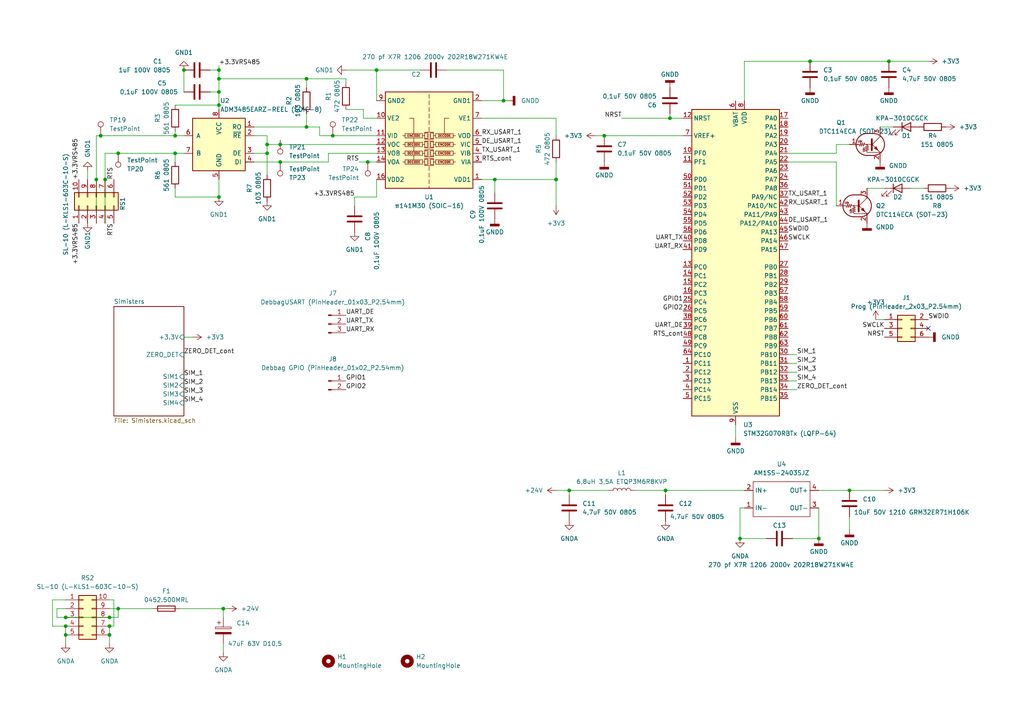
<source format=kicad_sch>
(kicad_sch (version 20230121) (generator eeschema)
  (paper "A4")
  (lib_symbols
    (symbol "Connector:Conn_01x02_Pin" (pin_names (offset 1.016) hide)
      (property "Reference" "J" (at 0 2.54 0))
      (property "Value" "Conn_01x02_Pin" (at 0 -5.08 0))
      (symbol "Conn_01x02_Pin_1_1"
        (pin passive line (at 5.08 0 180) (length 3.81) (name "Pin_1") (number "1"))
        (pin passive line (at 5.08 -2.54 180) (length 3.81) (name "Pin_2") (number "2"))
      )
    )
    (symbol "Connector:Conn_01x03_Pin" (pin_names (offset 1.016) hide)
      (property "Reference" "J" (at 0 5.08 0))
      (property "Value" "Conn_01x03_Pin" (at 0 -5.08 0))
      (symbol "Conn_01x03_Pin_1_1"
        (pin passive line (at 5.08 2.54 180) (length 3.81) (name "Pin_1") (number "1"))
        (pin passive line (at 5.08 0 180) (length 3.81) (name "Pin_2") (number "2"))
        (pin passive line (at 5.08 -2.54 180) (length 3.81) (name "Pin_3") (number "3"))
      )
    )
    (symbol "Connector:TestPoint" (pin_numbers hide) (pin_names (offset 0.762) hide)
      (property "Reference" "TP" (at 0 6.858 0))
      (property "Value" "TestPoint" (at 0 5.08 0))
      (symbol "TestPoint_1_1"
        (pin passive line (at 0 0 90) (length 2.54) (name "1") (number "1"))
      )
    )
    (symbol "Connector_Generic:Conn_02x03_Odd_Even" (pin_names (offset 1.016) hide)
      (property "Reference" "J" (at 1.27 5.08 0))
      (property "Value" "Conn_02x03_Odd_Even" (at 1.27 -5.08 0))
      (symbol "Conn_02x03_Odd_Even_1_1"
        (pin passive line (at -5.08 2.54 0) (length 3.81) (name "Pin_1") (number "1"))
        (pin passive line (at 7.62 2.54 180) (length 3.81) (name "Pin_2") (number "2"))
        (pin passive line (at -5.08 0 0) (length 3.81) (name "Pin_3") (number "3"))
        (pin passive line (at 7.62 0 180) (length 3.81) (name "Pin_4") (number "4"))
        (pin passive line (at -5.08 -2.54 0) (length 3.81) (name "Pin_5") (number "5"))
        (pin passive line (at 7.62 -2.54 180) (length 3.81) (name "Pin_6") (number "6"))
      )
    )
    (symbol "Connector_Generic:Conn_02x05_Counter_Clockwise" (pin_names (offset 1.016) hide)
      (property "Reference" "J" (at 1.27 7.62 0))
      (property "Value" "Conn_02x05_Counter_Clockwise" (at 1.27 -7.62 0))
      (symbol "Conn_02x05_Counter_Clockwise_1_1"
        (pin passive line (at -5.08 5.08 0) (length 3.81) (name "Pin_1") (number "1"))
        (pin passive line (at 7.62 5.08 180) (length 3.81) (name "Pin_10") (number "10"))
        (pin passive line (at -5.08 2.54 0) (length 3.81) (name "Pin_2") (number "2"))
        (pin passive line (at -5.08 0 0) (length 3.81) (name "Pin_3") (number "3"))
        (pin passive line (at -5.08 -2.54 0) (length 3.81) (name "Pin_4") (number "4"))
        (pin passive line (at -5.08 -5.08 0) (length 3.81) (name "Pin_5") (number "5"))
        (pin passive line (at 7.62 -5.08 180) (length 3.81) (name "Pin_6") (number "6"))
        (pin passive line (at 7.62 -2.54 180) (length 3.81) (name "Pin_7") (number "7"))
        (pin passive line (at 7.62 0 180) (length 3.81) (name "Pin_8") (number "8"))
        (pin passive line (at 7.62 2.54 180) (length 3.81) (name "Pin_9") (number "9"))
      )
    )
    (symbol "Converter_DCDC:AM1SS-"
      (property "Reference" "U" (at -1.27 2.54 0))
      (property "Value" "AM1SS-" (at 0 0 0))
      (symbol "AM1SS-_1_1"
        (pin input line (at -8.89 -5.08 0) (length 2.56) (name "IN-") (number "1"))
        (pin input line (at -8.89 -10.16 0) (length 2.56) (name "IN+") (number "2"))
        (pin output line (at 12.7 -5.08 180) (length 2.56) (name "OUT-") (number "3"))
        (pin output line (at 12.7 -10.16 180) (length 2.56) (name "OUT+") (number "4"))
      )
    )
    (symbol "Device:C" (pin_numbers hide) (pin_names (offset 0.254))
      (property "Reference" "C" (at 0.635 2.54 0))
      (property "Value" "C" (at 0.635 -2.54 0))
      (symbol "C_1_1"
        (pin passive line (at 0 3.81 270) (length 2.794) (name "~") (number "1"))
        (pin passive line (at 0 -3.81 90) (length 2.794) (name "~") (number "2"))
      )
    )
    (symbol "Device:C_Polarized" (pin_numbers hide) (pin_names (offset 0.254))
      (property "Reference" "C" (at 0.635 2.54 0))
      (property "Value" "C_Polarized" (at 0.635 -2.54 0))
      (symbol "C_Polarized_1_1"
        (pin passive line (at 0 3.81 270) (length 2.794) (name "~") (number "1"))
        (pin passive line (at 0 -3.81 90) (length 2.794) (name "~") (number "2"))
      )
    )
    (symbol "Device:Fuse" (pin_numbers hide) (pin_names (offset 0))
      (property "Reference" "F" (at 2.032 0 90))
      (property "Value" "Fuse" (at -1.905 0 90))
      (symbol "Fuse_1_1"
        (pin passive line (at 0 3.81 270) (length 1.27) (name "~") (number "1"))
        (pin passive line (at 0 -3.81 90) (length 1.27) (name "~") (number "2"))
      )
    )
    (symbol "Device:L" (pin_numbers hide) (pin_names (offset 1.016) hide)
      (property "Reference" "L" (at -1.27 0 90))
      (property "Value" "L" (at 1.905 0 90))
      (symbol "L_1_1"
        (pin passive line (at 0 3.81 270) (length 1.27) (name "1") (number "1"))
        (pin passive line (at 0 -3.81 90) (length 1.27) (name "2") (number "2"))
      )
    )
    (symbol "Device:LED" (pin_numbers hide) (pin_names (offset 1.016) hide)
      (property "Reference" "D" (at 0 2.54 0))
      (property "Value" "LED" (at 0 -2.54 0))
      (symbol "LED_1_1"
        (pin passive line (at -3.81 0 0) (length 2.54) (name "K") (number "1"))
        (pin passive line (at 3.81 0 180) (length 2.54) (name "A") (number "2"))
      )
    )
    (symbol "Device:R" (pin_numbers hide) (pin_names (offset 0))
      (property "Reference" "R" (at 2.032 0 90))
      (property "Value" "R" (at 0 0 90))
      (symbol "R_1_1"
        (pin passive line (at 0 3.81 270) (length 1.27) (name "~") (number "1"))
        (pin passive line (at 0 -3.81 90) (length 1.27) (name "~") (number "2"))
      )
    )
    (symbol "Interface_UART:SP3485CN" (pin_names (offset 1.016))
      (property "Reference" "U" (at -7.62 8.89 0))
      (property "Value" "SP3485CN" (at 2.54 8.89 0))
      (symbol "SP3485CN_1_1"
        (pin output line (at -10.16 5.08 0) (length 2.54) (name "RO") (number "1"))
        (pin input line (at -10.16 2.54 0) (length 2.54) (name "~{RE}") (number "2"))
        (pin input line (at -10.16 -2.54 0) (length 2.54) (name "DE") (number "3"))
        (pin input line (at -10.16 -5.08 0) (length 2.54) (name "DI") (number "4"))
        (pin power_in line (at 0 -10.16 90) (length 2.54) (name "GND") (number "5"))
        (pin bidirectional line (at 10.16 2.54 180) (length 2.54) (name "A") (number "6"))
        (pin bidirectional line (at 10.16 -2.54 180) (length 2.54) (name "B") (number "7"))
        (pin power_in line (at 0 10.16 270) (length 2.54) (name "VCC") (number "8"))
      )
    )
    (symbol "Isolator:π141M3x"
      (property "Reference" "U" (at 0 19.05 0))
      (property "Value" "π141M3x" (at 0 16.51 0))
      (symbol "π141M3x_0_0"
        (text "DECODE" (at -4.445 0 0) (effects (font (size 0.635 0.635))))
        (text "DECODE" (at 4.445 2.54 0) (effects (font (size 0.635 0.635))))
        (text "DECODE" (at 4.445 5.08 0) (effects (font (size 0.635 0.635))))
        (text "DECODE" (at 4.445 7.62 0) (effects (font (size 0.635 0.635))))
        (text "ENCODE" (at -4.445 2.54 0) (effects (font (size 0.635 0.635))))
        (text "ENCODE" (at -4.445 5.08 0) (effects (font (size 0.635 0.635))))
        (text "ENCODE" (at -4.445 7.62 0) (effects (font (size 0.635 0.635))))
        (text "ENCODE" (at 4.445 0 0) (effects (font (size 0.635 0.635))))
      )
      (symbol "π141M3x_1_1"
        (pin power_in line (at -15.24 12.7 0) (length 2.54) (name "VDD1") (number "1"))
        (pin input line (at 15.24 -5.08 180) (length 2.54) (name "VE2") (number "10"))
        (pin input line (at 15.24 0 180) (length 2.54) (name "VID") (number "11"))
        (pin output line (at 15.24 2.54 180) (length 2.54) (name "VOC") (number "12"))
        (pin output line (at 15.24 5.08 180) (length 2.54) (name "VOB") (number "13"))
        (pin output line (at 15.24 7.62 180) (length 2.54) (name "VOA") (number "14"))
        (pin passive line (at 15.24 -10.16 180) (length 2.54) hide (name "GND2") (number "15"))
        (pin power_in line (at 15.24 12.7 180) (length 2.54) (name "VDD2") (number "16"))
        (pin power_in line (at -15.24 -10.16 0) (length 2.54) (name "GND1") (number "2"))
        (pin input line (at -15.24 7.62 0) (length 2.54) (name "VIA") (number "3"))
        (pin input line (at -15.24 5.08 0) (length 2.54) (name "VIB") (number "4"))
        (pin input line (at -15.24 2.54 0) (length 2.54) (name "VIC") (number "5"))
        (pin output line (at -15.24 0 0) (length 2.54) (name "VOD") (number "6"))
        (pin input line (at -15.24 -5.08 0) (length 2.54) (name "VE1") (number "7"))
        (pin passive line (at -15.24 -10.16 0) (length 2.54) hide (name "GND1") (number "8"))
        (pin power_in line (at 15.24 -10.16 180) (length 2.54) (name "GND2") (number "9"))
      )
    )
    (symbol "MCU_ST_STM32G0:STM32G070RBTx"
      (property "Reference" "U" (at -12.7 46.99 0))
      (property "Value" "STM32G070RBTx" (at 5.08 46.99 0))
      (symbol "STM32G070RBTx_1_1"
        (pin bidirectional line (at -15.24 -27.94 0) (length 2.54) (name "PC11") (number "1"))
        (pin bidirectional line (at -15.24 33.02 0) (length 2.54) (name "PF0") (number "10"))
        (pin bidirectional line (at -15.24 30.48 0) (length 2.54) (name "PF1") (number "11"))
        (pin input line (at -15.24 43.18 0) (length 2.54) (name "NRST") (number "12"))
        (pin bidirectional line (at -15.24 0 0) (length 2.54) (name "PC0") (number "13"))
        (pin bidirectional line (at -15.24 -2.54 0) (length 2.54) (name "PC1") (number "14"))
        (pin bidirectional line (at -15.24 -5.08 0) (length 2.54) (name "PC2") (number "15"))
        (pin bidirectional line (at -15.24 -7.62 0) (length 2.54) (name "PC3") (number "16"))
        (pin bidirectional line (at 15.24 43.18 180) (length 2.54) (name "PA0") (number "17"))
        (pin bidirectional line (at 15.24 40.64 180) (length 2.54) (name "PA1") (number "18"))
        (pin bidirectional line (at 15.24 38.1 180) (length 2.54) (name "PA2") (number "19"))
        (pin bidirectional line (at -15.24 -30.48 0) (length 2.54) (name "PC12") (number "2"))
        (pin bidirectional line (at 15.24 35.56 180) (length 2.54) (name "PA3") (number "20"))
        (pin bidirectional line (at 15.24 33.02 180) (length 2.54) (name "PA4") (number "21"))
        (pin bidirectional line (at 15.24 30.48 180) (length 2.54) (name "PA5") (number "22"))
        (pin bidirectional line (at 15.24 27.94 180) (length 2.54) (name "PA6") (number "23"))
        (pin bidirectional line (at 15.24 25.4 180) (length 2.54) (name "PA7") (number "24"))
        (pin bidirectional line (at -15.24 -10.16 0) (length 2.54) (name "PC4") (number "25"))
        (pin bidirectional line (at -15.24 -12.7 0) (length 2.54) (name "PC5") (number "26"))
        (pin bidirectional line (at 15.24 0 180) (length 2.54) (name "PB0") (number "27"))
        (pin bidirectional line (at 15.24 -2.54 180) (length 2.54) (name "PB1") (number "28"))
        (pin bidirectional line (at 15.24 -5.08 180) (length 2.54) (name "PB2") (number "29"))
        (pin bidirectional line (at -15.24 -33.02 0) (length 2.54) (name "PC13") (number "3"))
        (pin bidirectional line (at 15.24 -25.4 180) (length 2.54) (name "PB10") (number "30"))
        (pin bidirectional line (at 15.24 -27.94 180) (length 2.54) (name "PB11") (number "31"))
        (pin bidirectional line (at 15.24 -30.48 180) (length 2.54) (name "PB12") (number "32"))
        (pin bidirectional line (at 15.24 -33.02 180) (length 2.54) (name "PB13") (number "33"))
        (pin bidirectional line (at 15.24 -35.56 180) (length 2.54) (name "PB14") (number "34"))
        (pin bidirectional line (at 15.24 -38.1 180) (length 2.54) (name "PB15") (number "35"))
        (pin bidirectional line (at 15.24 22.86 180) (length 2.54) (name "PA8") (number "36"))
        (pin bidirectional line (at 15.24 20.32 180) (length 2.54) (name "PA9/NC") (number "37"))
        (pin bidirectional line (at -15.24 -15.24 0) (length 2.54) (name "PC6") (number "38"))
        (pin bidirectional line (at -15.24 -17.78 0) (length 2.54) (name "PC7") (number "39"))
        (pin bidirectional line (at -15.24 -35.56 0) (length 2.54) (name "PC14") (number "4"))
        (pin bidirectional line (at -15.24 7.62 0) (length 2.54) (name "PD8") (number "40"))
        (pin bidirectional line (at -15.24 5.08 0) (length 2.54) (name "PD9") (number "41"))
        (pin bidirectional line (at 15.24 17.78 180) (length 2.54) (name "PA10/NC") (number "42"))
        (pin bidirectional line (at 15.24 15.24 180) (length 2.54) (name "PA11/PA9") (number "43"))
        (pin bidirectional line (at 15.24 12.7 180) (length 2.54) (name "PA12/PA10") (number "44"))
        (pin bidirectional line (at 15.24 10.16 180) (length 2.54) (name "PA13") (number "45"))
        (pin bidirectional line (at 15.24 7.62 180) (length 2.54) (name "PA14") (number "46"))
        (pin bidirectional line (at 15.24 5.08 180) (length 2.54) (name "PA15") (number "47"))
        (pin bidirectional line (at -15.24 -20.32 0) (length 2.54) (name "PC8") (number "48"))
        (pin bidirectional line (at -15.24 -22.86 0) (length 2.54) (name "PC9") (number "49"))
        (pin bidirectional line (at -15.24 -38.1 0) (length 2.54) (name "PC15") (number "5"))
        (pin bidirectional line (at -15.24 25.4 0) (length 2.54) (name "PD0") (number "50"))
        (pin bidirectional line (at -15.24 22.86 0) (length 2.54) (name "PD1") (number "51"))
        (pin bidirectional line (at -15.24 20.32 0) (length 2.54) (name "PD2") (number "52"))
        (pin bidirectional line (at -15.24 17.78 0) (length 2.54) (name "PD3") (number "53"))
        (pin bidirectional line (at -15.24 15.24 0) (length 2.54) (name "PD4") (number "54"))
        (pin bidirectional line (at -15.24 12.7 0) (length 2.54) (name "PD5") (number "55"))
        (pin bidirectional line (at -15.24 10.16 0) (length 2.54) (name "PD6") (number "56"))
        (pin bidirectional line (at 15.24 -7.62 180) (length 2.54) (name "PB3") (number "57"))
        (pin bidirectional line (at 15.24 -10.16 180) (length 2.54) (name "PB4") (number "58"))
        (pin bidirectional line (at 15.24 -12.7 180) (length 2.54) (name "PB5") (number "59"))
        (pin power_in line (at 0 48.26 270) (length 2.54) (name "VBAT") (number "6"))
        (pin bidirectional line (at 15.24 -15.24 180) (length 2.54) (name "PB6") (number "60"))
        (pin bidirectional line (at 15.24 -17.78 180) (length 2.54) (name "PB7") (number "61"))
        (pin bidirectional line (at 15.24 -20.32 180) (length 2.54) (name "PB8") (number "62"))
        (pin bidirectional line (at 15.24 -22.86 180) (length 2.54) (name "PB9") (number "63"))
        (pin bidirectional line (at -15.24 -25.4 0) (length 2.54) (name "PC10") (number "64"))
        (pin input line (at -15.24 38.1 0) (length 2.54) (name "VREF+") (number "7"))
        (pin power_in line (at 2.54 48.26 270) (length 2.54) (name "VDD") (number "8"))
        (pin power_in line (at 0 -45.72 90) (length 2.54) (name "VSS") (number "9"))
      )
    )
    (symbol "Mechanical:MountingHole" (pin_names (offset 1.016))
      (property "Reference" "H" (at 0 5.08 0))
      (property "Value" "MountingHole" (at 0 3.175 0))
    )
    (symbol "PCM_4ms_Power-symbol:GNDA" (power) (pin_numbers hide) (pin_names (offset 0) hide)
      (property "Value" "GNDA" (at 0 -3.81 0))
      (symbol "GNDA_1_1"
        (pin power_in line (at 0 0 270) (length 0) hide (name "GNDA") (number "1"))
      )
    )
    (symbol "Transistor_BJT:DTC114E" (pin_names (offset 0) hide)
      (property "Reference" "Q" (at 5.08 1.905 0))
      (property "Value" "DTC114E" (at 5.08 0 0))
      (symbol "DTC114E_0_0"
        (text "10k" (at -3.302 0.889 0) (effects (font (size 0.508 0.508))))
        (text "10k" (at -2.159 -1.524 900) (effects (font (size 0.508 0.508))))
      )
      (symbol "DTC114E_1_1"
        (pin input line (at -6.35 0 0) (length 2.54) (name "B") (number "1"))
        (pin passive line (at 2.54 -5.08 90) (length 2.54) (name "E") (number "2"))
        (pin passive line (at 2.54 5.08 270) (length 2.54) (name "C") (number "3"))
      )
    )
    (symbol "power:+24V" (power) (pin_numbers hide) (pin_names (offset 0) hide)
      (property "Value" "+24V" (at 0 3.556 0))
      (symbol "+24V_1_1"
        (pin power_in line (at 0 0 90) (length 0) hide (name "+24V") (number "1"))
      )
    )
    (symbol "power:+3V3" (power) (pin_numbers hide) (pin_names (offset 0) hide)
      (property "Value" "+3V3" (at 0 3.556 0))
      (symbol "+3V3_1_1"
        (pin power_in line (at 0 0 90) (length 0) hide (name "+3V3") (number "1"))
      )
    )
    (symbol "power:GND1" (power) (pin_numbers hide) (pin_names (offset 0) hide)
      (property "Value" "GND1" (at 0 -3.81 0))
      (symbol "GND1_1_1"
        (pin power_in line (at 0 0 270) (length 0) hide (name "GND1") (number "1"))
      )
    )
    (symbol "power:GNDD" (power) (pin_numbers hide) (pin_names (offset 0) hide)
      (property "Value" "GNDD" (at 0 -3.175 0))
      (symbol "GNDD_1_1"
        (pin power_in line (at 0 0 270) (length 0) hide (name "GNDD") (number "1"))
      )
    )
  )
  (junction (at 31.75 181.61))
  (junction (at 246.38 142.24))
  (junction (at 106.68 46.99))
  (junction (at 50.8 44.45))
  (junction (at 31.75 179.07))
  (junction (at 29.21 39.37))
  (junction (at 63.5 22.86))
  (junction (at 146.05 29.21))
  (junction (at 50.8 39.37))
  (junction (at 63.5 20.32))
  (junction (at 64.77 176.53))
  (junction (at 19.05 179.07))
  (junction (at 77.47 41.91))
  (junction (at 165.1 142.24))
  (junction (at 63.5 30.48))
  (junction (at 88.9 22.86))
  (junction (at 34.29 44.45))
  (junction (at 19.05 181.61))
  (junction (at 81.28 41.91))
  (junction (at 234.95 17.78))
  (junction (at 175.26 39.37))
  (junction (at 19.05 184.15))
  (junction (at 194.31 34.29))
  (junction (at 53.34 20.32))
  (junction (at 214.63 156.21))
  (junction (at 63.5 57.15))
  (junction (at 109.22 20.32))
  (junction (at 27.94 52.07))
  (junction (at 193.04 142.24))
  (junction (at 88.9 36.83))
  (junction (at 34.29 176.53))
  (junction (at 237.49 156.21))
  (junction (at 63.5 26.67))
  (junction (at 96.52 39.37))
  (junction (at 257.81 17.78))
  (junction (at 31.75 184.15))
  (junction (at 161.29 52.07))
  (junction (at 143.51 52.07))
  (junction (at 81.28 46.99))
  (junction (at 77.47 44.45))
  (junction (at 30.48 52.07))
  (no_connect (at 269.24 95.25))
  (wire (pts (xy 194.31 34.29) (xy 194.31 33.02)))
  (wire (pts (xy 63.5 26.67) (xy 63.5 30.48)))
  (wire (pts (xy 50.8 46.99) (xy 50.8 44.45)))
  (wire (pts (xy 60.96 20.32) (xy 63.5 20.32)))
  (wire (pts (xy 15.24 173.99) (xy 15.24 181.61)))
  (wire (pts (xy 73.66 39.37) (xy 77.47 39.37)))
  (wire (pts (xy 27.94 39.37) (xy 29.21 39.37)))
  (wire (pts (xy 31.75 176.53) (xy 34.29 176.53)))
  (wire (pts (xy 146.05 29.21) (xy 147.32 29.21)))
  (wire (pts (xy 102.87 57.15) (xy 109.22 57.15)))
  (wire (pts (xy 215.9 17.78) (xy 234.95 17.78)))
  (wire (pts (xy 259.08 36.83) (xy 255.27 36.83)))
  (wire (pts (xy 102.87 57.15) (xy 102.87 59.69)))
  (wire (pts (xy 172.72 39.37) (xy 175.26 39.37)))
  (wire (pts (xy 104.14 46.99) (xy 106.68 46.99)))
  (wire (pts (xy 129.54 20.32) (xy 146.05 20.32)))
  (wire (pts (xy 254 92.71) (xy 256.54 92.71)))
  (wire (pts (xy 100.33 24.13) (xy 100.33 22.86)))
  (wire (pts (xy 64.77 176.53) (xy 64.77 179.07)))
  (wire (pts (xy 264.16 54.61) (xy 267.97 54.61)))
  (wire (pts (xy 77.47 41.91) (xy 77.47 44.45)))
  (wire (pts (xy 33.02 173.99) (xy 33.02 181.61)))
  (wire (pts (xy 214.63 156.21) (xy 222.25 156.21)))
  (wire (pts (xy 95.25 44.45) (xy 109.22 44.45)))
  (wire (pts (xy 139.7 34.29) (xy 161.29 34.29)))
  (wire (pts (xy 109.22 20.32) (xy 109.22 29.21)))
  (wire (pts (xy 64.77 176.53) (xy 66.04 176.53)))
  (wire (pts (xy 30.48 44.45) (xy 30.48 52.07)))
  (wire (pts (xy 139.7 52.07) (xy 143.51 52.07)))
  (wire (pts (xy 246.38 149.86) (xy 246.38 153.67)))
  (wire (pts (xy 237.49 142.24) (xy 246.38 142.24)))
  (wire (pts (xy 63.5 20.32) (xy 63.5 22.86)))
  (wire (pts (xy 63.5 22.86) (xy 88.9 22.86)))
  (wire (pts (xy 53.34 97.79) (xy 55.88 97.79)))
  (wire (pts (xy 106.68 46.99) (xy 109.22 46.99)))
  (wire (pts (xy 109.22 57.15) (xy 109.22 52.07)))
  (wire (pts (xy 34.29 44.45) (xy 50.8 44.45)))
  (wire (pts (xy 25.4 49.53) (xy 25.4 52.07)))
  (wire (pts (xy 228.6 110.49) (xy 231.14 110.49)))
  (wire (pts (xy 100.33 20.32) (xy 109.22 20.32)))
  (wire (pts (xy 64.77 186.69) (xy 64.77 189.23)))
  (wire (pts (xy 234.95 17.78) (xy 257.81 17.78)))
  (wire (pts (xy 215.9 17.78) (xy 215.9 29.21)))
  (wire (pts (xy 31.75 181.61) (xy 31.75 184.15)))
  (wire (pts (xy 19.05 176.53) (xy 16.51 176.53)))
  (wire (pts (xy 251.46 54.61) (xy 256.54 54.61)))
  (wire (pts (xy 213.36 123.19) (xy 213.36 127)))
  (wire (pts (xy 143.51 52.07) (xy 161.29 52.07)))
  (wire (pts (xy 19.05 179.07) (xy 31.75 179.07)))
  (wire (pts (xy 81.28 46.99) (xy 95.25 46.99)))
  (wire (pts (xy 228.6 102.87) (xy 231.14 102.87)))
  (wire (pts (xy 27.94 64.77) (xy 27.94 52.07)))
  (wire (pts (xy 29.21 39.37) (xy 50.8 39.37)))
  (wire (pts (xy 50.8 44.45) (xy 53.34 44.45)))
  (wire (pts (xy 31.75 173.99) (xy 33.02 173.99)))
  (wire (pts (xy 146.05 20.32) (xy 146.05 29.21)))
  (wire (pts (xy 88.9 36.83) (xy 92.71 36.83)))
  (wire (pts (xy 31.75 184.15) (xy 31.75 186.69)))
  (wire (pts (xy 161.29 34.29) (xy 161.29 39.37)))
  (wire (pts (xy 242.57 46.99) (xy 228.6 46.99)))
  (wire (pts (xy 30.48 44.45) (xy 34.29 44.45)))
  (wire (pts (xy 88.9 22.86) (xy 100.33 22.86)))
  (wire (pts (xy 27.94 39.37) (xy 27.94 52.07)))
  (wire (pts (xy 161.29 52.07) (xy 161.29 59.69)))
  (wire (pts (xy 193.04 142.24) (xy 215.9 142.24)))
  (wire (pts (xy 184.15 142.24) (xy 193.04 142.24)))
  (wire (pts (xy 50.8 54.61) (xy 50.8 57.15)))
  (wire (pts (xy 214.63 147.32) (xy 214.63 156.21)))
  (wire (pts (xy 53.34 20.32) (xy 53.34 26.67)))
  (wire (pts (xy 139.7 29.21) (xy 146.05 29.21)))
  (wire (pts (xy 77.47 39.37) (xy 77.47 41.91)))
  (wire (pts (xy 215.9 147.32) (xy 214.63 147.32)))
  (wire (pts (xy 19.05 181.61) (xy 19.05 184.15)))
  (wire (pts (xy 19.05 184.15) (xy 19.05 186.69)))
  (wire (pts (xy 77.47 41.91) (xy 81.28 41.91)))
  (wire (pts (xy 242.57 46.99) (xy 242.57 59.69)))
  (wire (pts (xy 63.5 52.07) (xy 63.5 57.15)))
  (wire (pts (xy 81.28 41.91) (xy 109.22 41.91)))
  (wire (pts (xy 246.38 142.24) (xy 256.54 142.24)))
  (wire (pts (xy 161.29 142.24) (xy 165.1 142.24)))
  (wire (pts (xy 165.1 143.51) (xy 165.1 142.24)))
  (wire (pts (xy 92.71 39.37) (xy 96.52 39.37)))
  (wire (pts (xy 50.8 57.15) (xy 63.5 57.15)))
  (wire (pts (xy 175.26 39.37) (xy 198.12 39.37)))
  (wire (pts (xy 88.9 22.86) (xy 88.9 25.4)))
  (wire (pts (xy 60.96 26.67) (xy 63.5 26.67)))
  (wire (pts (xy 77.47 44.45) (xy 73.66 44.45)))
  (wire (pts (xy 242.57 44.45) (xy 228.6 44.45)))
  (wire (pts (xy 180.34 34.29) (xy 194.31 34.29)))
  (wire (pts (xy 50.8 39.37) (xy 53.34 39.37)))
  (wire (pts (xy 63.5 19.05) (xy 63.5 20.32)))
  (wire (pts (xy 15.24 181.61) (xy 19.05 181.61)))
  (wire (pts (xy 237.49 147.32) (xy 237.49 156.21)))
  (wire (pts (xy 165.1 142.24) (xy 176.53 142.24)))
  (wire (pts (xy 16.51 179.07) (xy 19.05 179.07)))
  (wire (pts (xy 96.52 39.37) (xy 109.22 39.37)))
  (wire (pts (xy 92.71 36.83) (xy 92.71 39.37)))
  (wire (pts (xy 242.57 41.91) (xy 242.57 44.45)))
  (wire (pts (xy 231.14 113.03) (xy 228.6 113.03)))
  (wire (pts (xy 105.41 31.75) (xy 100.33 31.75)))
  (wire (pts (xy 95.25 46.99) (xy 95.25 44.45)))
  (wire (pts (xy 34.29 179.07) (xy 34.29 176.53)))
  (wire (pts (xy 88.9 33.02) (xy 88.9 36.83)))
  (wire (pts (xy 228.6 105.41) (xy 231.14 105.41)))
  (wire (pts (xy 34.29 176.53) (xy 44.45 176.53)))
  (wire (pts (xy 63.5 30.48) (xy 63.5 31.75)))
  (wire (pts (xy 33.02 181.61) (xy 31.75 181.61)))
  (wire (pts (xy 73.66 46.99) (xy 81.28 46.99)))
  (wire (pts (xy 30.48 64.77) (xy 30.48 52.07)))
  (wire (pts (xy 19.05 173.99) (xy 15.24 173.99)))
  (wire (pts (xy 242.57 41.91) (xy 246.38 41.91)))
  (wire (pts (xy 229.87 156.21) (xy 237.49 156.21)))
  (wire (pts (xy 228.6 107.95) (xy 231.14 107.95)))
  (wire (pts (xy 63.5 22.86) (xy 63.5 26.67)))
  (wire (pts (xy 88.9 36.83) (xy 73.66 36.83)))
  (wire (pts (xy 105.41 34.29) (xy 105.41 31.75)))
  (wire (pts (xy 50.8 38.1) (xy 50.8 39.37)))
  (wire (pts (xy 50.8 30.48) (xy 63.5 30.48)))
  (wire (pts (xy 193.04 143.51) (xy 193.04 142.24)))
  (wire (pts (xy 257.81 17.78) (xy 269.24 17.78)))
  (wire (pts (xy 31.75 179.07) (xy 34.29 179.07)))
  (wire (pts (xy 52.07 176.53) (xy 64.77 176.53)))
  (wire (pts (xy 161.29 46.99) (xy 161.29 52.07)))
  (wire (pts (xy 105.41 34.29) (xy 109.22 34.29)))
  (wire (pts (xy 198.12 34.29) (xy 194.31 34.29)))
  (wire (pts (xy 81.28 40.64) (xy 81.28 41.91)))
  (wire (pts (xy 143.51 52.07) (xy 143.51 55.88)))
  (wire (pts (xy 77.47 44.45) (xy 77.47 50.8)))
  (wire (pts (xy 16.51 176.53) (xy 16.51 179.07)))
  (wire (pts (xy 121.92 20.32) (xy 109.22 20.32)))
  (label "SWDIO" (at 228.6 67.31 0))
  (label "+3.3VRS485" (at 63.5 19.05 0))
  (label "ZERO_DET_cont" (at 231.14 113.03 0))
  (label "GPIO1" (at 100.33 110.49 0))
  (label "RTS" (at 104.14 46.99 180))
  (label "NRST" (at 256.54 97.79 180))
  (label "DE_USART_1" (at 228.6 64.77 0))
  (label "SWCLK" (at 256.54 95.25 180))
  (label "GPIO2" (at 100.33 113.03 0))
  (label "GPIO1" (at 198.12 87.63 180))
  (label "GPIO2" (at 198.12 90.17 180))
  (label "+3.3VRS485" (at 22.86 52.07 90))
  (label "RX_USART_1" (at 139.7 39.37 0))
  (label "RTS_cont" (at 139.7 46.99 0))
  (label "RTS" (at 33.02 64.77 270))
  (label "+3.3VRS485" (at 22.86 64.77 270))
  (label "NRST" (at 180.34 34.29 180))
  (label "SIM_3" (at 53.34 114.3 0))
  (label "RX_USART_1" (at 228.6 59.69 0))
  (label "RTS_cont" (at 198.12 97.79 180))
  (label "UART_RX" (at 100.33 96.52 0))
  (label "UART_DE" (at 198.12 95.25 180))
  (label "SIM_1" (at 53.34 109.22 0))
  (label "SIM_4" (at 231.14 110.49 0))
  (label "UART_TX" (at 100.33 93.98 0))
  (label "SIM_1" (at 231.14 102.87 0))
  (label "SWDIO" (at 269.24 92.71 0))
  (label "DE_USART_1" (at 139.7 41.91 0))
  (label "TX_USART_1" (at 139.7 44.45 0))
  (label "+3.3VRS485" (at 102.87 57.15 180))
  (label "RTS" (at 33.02 52.07 90))
  (label "SIM_2" (at 53.34 111.76 0))
  (label "SIM_2" (at 231.14 105.41 0))
  (label "SWCLK" (at 228.6 69.85 0))
  (label "UART_TX" (at 198.12 69.85 180))
  (label "TX_USART_1" (at 228.6 57.15 0))
  (label "SIM_4" (at 53.34 116.84 0))
  (label "SIM_3" (at 231.14 107.95 0))
  (label "ZERO_DET_cont" (at 53.34 102.87 0))
  (label "UART_DE" (at 100.33 91.44 0))
  (label "UART_RX" (at 198.12 72.39 180))
  (symbol (lib_id "Device:L") (at 180.34 142.24 90) (unit 1)
    (property "Reference" "L1" (at 180.34 137.16 90))
    (property "Value" "6,8uH 3,5A ETQP3M6R8KVP" (at 180.34 139.7 90))
    (property "Footprint" "PCM_Inductor_SMD_Handsoldering_AKL:L_Bourns-SRN6028" (effects hide))
  )
  (symbol (lib_id "Device:C") (at 194.31 29.21 180) (unit 1)
    (property "Reference" "C6" (at 190.5 30.48 0) (effects (justify left)))
    (property "Value" "0,1uF 50V 0805" (at 190.5 27.94 0) (effects (justify left)))
    (property "Footprint" "PCM_Resistor_SMD_AKL:R_0805_2012Metric_Pad1.20x1.40mm_HandSolder" (effects hide))
  )
  (symbol (lib_id "PCM_4ms_Power-symbol:GNDA") (at 193.04 151.13 0) (unit 1)
    (property "Reference" "#PWR028" (effects hide))
    (property "Value" "GNDA" (at 193.04 156.21 0))
  )
  (symbol (lib_id "power:+3V3") (at 269.24 17.78 270) (unit 1)
    (property "Reference" "#PWR01" (effects hide))
    (property "Value" "+3V3" (at 273.05 17.78 90) (effects (justify left)))
  )
  (symbol (lib_id "power:GND1") (at 53.34 20.32 180) (unit 1)
    (property "Reference" "#PWR02" (effects hide))
    (property "Value" "GND1" (at 53.34 15.24 0))
  )
  (symbol (lib_id "Device:C") (at 246.38 146.05 0) (unit 1)
    (property "Reference" "C10" (at 250.19 144.78 0) (effects (justify left)))
    (property "Value" "10uF 50V 1210 GRM32ER71H106K" (at 247.65 148.59 0) (effects (justify left)))
    (property "Footprint" "PCM_Capacitor_SMD_AKL:C_1210_3225Metric_Pad1.42x2.65mm_HandSolder" (effects hide))
  )
  (symbol (lib_id "Device:C") (at 257.81 21.59 0) (unit 1)
    (property "Reference" "C4" (at 261.62 20.32 0) (effects (justify left)))
    (property "Value" "4,7uF 50V 0805" (at 261.62 22.86 0) (effects (justify left)))
    (property "Footprint" "PCM_Resistor_SMD_AKL:R_0805_2012Metric_Pad1.20x1.40mm_HandSolder" (effects hide))
  )
  (symbol (lib_id "Device:R") (at 77.47 54.61 180) (unit 1)
    (property "Reference" "R7" (at 72.39 54.61 90))
    (property "Value" "103 0805" (at 74.93 54.61 90))
    (property "Footprint" "PCM_4ms_Resistor:R_0805_2012Metric" (effects hide))
  )
  (symbol (lib_id "Connector:TestPoint") (at 96.52 39.37 0) (unit 1)
    (property "Reference" "TP22" (at 99.06 34.798 0) (effects (justify left)))
    (property "Value" "TestPoint" (at 99.06 37.338 0) (effects (justify left)))
    (property "Footprint" "PCM_4ms_TestPoint:TestPoint_D1" (effects hide))
  )
  (symbol (lib_id "power:+3V3") (at 161.29 59.69 180) (unit 1)
    (property "Reference" "#PWR017" (effects hide))
    (property "Value" "+3V3" (at 161.29 64.77 0))
  )
  (symbol (lib_id "power:GNDD") (at 237.49 156.21 0) (unit 1)
    (property "Reference" "#PWR031" (effects hide))
    (property "Value" "GNDD" (at 237.49 160.02 0))
  )
  (symbol (lib_id "power:GND1") (at 77.47 58.42 0) (unit 1)
    (property "Reference" "#PWR016" (effects hide))
    (property "Value" "GND1" (at 77.47 63.5 0))
  )
  (symbol (lib_id "power:GND1") (at 102.87 67.31 0) (unit 1)
    (property "Reference" "#PWR018" (effects hide))
    (property "Value" "GND1" (at 102.87 72.39 0))
  )
  (symbol (lib_id "power:+3V3") (at 55.88 97.79 270) (unit 1)
    (property "Reference" "#PWR045" (effects hide))
    (property "Value" "+3V3" (at 59.69 97.79 90) (effects (justify left)))
  )
  (symbol (lib_id "Device:R") (at 161.29 43.18 180) (unit 1)
    (property "Reference" "R5" (at 156.21 43.18 90))
    (property "Value" "472 0805" (at 158.75 43.18 90))
    (property "Footprint" "PCM_4ms_Resistor:R_0805_2012Metric" (effects hide))
  )
  (symbol (lib_id "Transistor_BJT:DTC114E") (at 248.92 59.69 0) (unit 1)
    (property "Reference" "Q2" (at 254 59.69 0) (effects (justify left)))
    (property "Value" "DTC114ECA (SOT-23)" (at 254 62.23 0) (effects (justify left)))
    (property "Footprint" "Package_TO_SOT_SMD:SOT-23" (effects hide))
  )
  (symbol (lib_id "Connector_Generic:Conn_02x05_Counter_Clockwise") (at 27.94 59.69 90) (unit 1)
    (property "Reference" "RS1" (at 35.56 57.15 0) (effects (justify right)))
    (property "Value" "SL-10 (L-KLS1-603C-10-S)" (at 19.05 44.45 0) (effects (justify right)))
    (property "Footprint" "Connector:Edge_Conn_KLS1-603-10" (effects hide))
  )
  (symbol (lib_id "Connector:Conn_01x03_Pin") (at 95.25 93.98 0) (unit 1)
    (property "Reference" "J7" (at 96.52 85.09 0))
    (property "Value" "DebbagUSART (PinHeader_01x03_P2.54mm)" (at 96.52 87.63 0))
    (property "Footprint" "Connector_PinHeader_2.54mm:PinHeader_1x03_P2.54mm_Vertical" (effects hide))
  )
  (symbol (lib_id "power:+3V3") (at 254 92.71 0) (unit 1)
    (property "Reference" "#PWR022" (effects hide))
    (property "Value" "+3V3" (at 254 87.63 0))
  )
  (symbol (lib_id "PCM_4ms_Power-symbol:GNDA") (at 64.77 189.23 0) (unit 1)
    (property "Reference" "#PWR035" (effects hide))
    (property "Value" "GNDA" (at 64.77 194.31 0))
  )
  (symbol (lib_id "power:GNDD") (at 194.31 25.4 180) (unit 1)
    (property "Reference" "#PWR04" (effects hide))
    (property "Value" "GNDD" (at 194.31 21.59 0))
  )
  (symbol (lib_id "power:GNDD") (at 255.27 46.99 0) (unit 1)
    (property "Reference" "#PWR011" (effects hide))
    (property "Value" "GNDD" (at 257.81 48.0695 0) (effects (justify left)))
  )
  (symbol (lib_id "Device:C") (at 125.73 20.32 90) (unit 1)
    (property "Reference" "C2" (at 120.65 21.59 90))
    (property "Value" " 270 pf X7R 1206 2000v 202R18W271KW4E" (at 125.73 16.51 90))
    (property "Footprint" "PCM_Capacitor_SMD_Handsoldering_AKL:C_1210_3225Metric_Pad1.42x2.65mm" (effects hide))
  )
  (symbol (lib_id "Connector:TestPoint") (at 29.21 39.37 0) (unit 1)
    (property "Reference" "TP19" (at 31.75 34.798 0) (effects (justify left)))
    (property "Value" "TestPoint" (at 31.75 37.338 0) (effects (justify left)))
    (property "Footprint" "PCM_4ms_TestPoint:TestPoint_D1" (effects hide))
  )
  (symbol (lib_id "power:GNDD") (at 251.46 64.77 0) (unit 1)
    (property "Reference" "#PWR021" (effects hide))
    (property "Value" "GNDD" (at 254 65.8495 0) (effects (justify left)))
  )
  (symbol (lib_id "power:GNDD") (at 269.24 97.79 90) (unit 1)
    (property "Reference" "#PWR023" (effects hide))
    (property "Value" "GNDD" (at 273.05 97.79 90) (effects (justify right)))
  )
  (symbol (lib_id "power:GNDD") (at 143.51 63.5 0) (unit 1)
    (property "Reference" "#PWR019" (effects hide))
    (property "Value" "GNDD" (at 143.51 67.31 0))
  )
  (symbol (lib_id "Device:R") (at 50.8 50.8 180) (unit 1)
    (property "Reference" "R6" (at 45.72 50.8 90))
    (property "Value" "561 0805" (at 48.26 50.8 90))
    (property "Footprint" "PCM_4ms_Resistor:R_0805_2012Metric" (effects hide))
  )
  (symbol (lib_id "PCM_4ms_Power-symbol:GNDA") (at 214.63 156.21 0) (unit 1)
    (property "Reference" "#PWR030" (effects hide))
    (property "Value" "GNDA" (at 214.63 161.29 0))
  )
  (symbol (lib_id "Device:C") (at 102.87 63.5 180) (unit 1)
    (property "Reference" "C8" (at 106.68 68.58 90))
    (property "Value" "0,1uF 100V 0805" (at 109.22 69.85 90))
    (property "Footprint" "PCM_Capacitor_SMD_AKL:C_0805_2012Metric_Pad1.18x1.45mm_HandSolder" (effects hide))
  )
  (symbol (lib_id "MCU_ST_STM32G0:STM32G070RBTx") (at 213.36 77.47 0) (unit 1)
    (property "Reference" "U3" (at 215.5541 123.19 0) (effects (justify left)))
    (property "Value" "STM32G070RBTx (LQFP-64)" (at 215.5541 125.73 0) (effects (justify left)))
    (property "Footprint" "Package_QFP:LQFP-64_10x10mm_P0.5mm" (effects hide))
    (property "Datasheet" "https://www.st.com/resource/en/datasheet/stm32g070rb.pdf" (effects hide))
  )
  (symbol (lib_id "power:GND1") (at 25.4 64.77 0) (unit 1)
    (property "Reference" "#PWR020" (effects hide))
    (property "Value" "GND1" (at 25.4 72.39 90) (effects (justify left)))
  )
  (symbol (lib_id "Connector_Generic:Conn_02x05_Counter_Clockwise") (at 24.13 179.07 0) (unit 1)
    (property "Reference" "RS2" (at 25.4 167.64 0))
    (property "Value" "SL-10 (L-KLS1-603C-10-S)" (at 25.4 170.18 0))
    (property "Footprint" "Connector:Edge_Conn_KLS1-603-10" (effects hide))
  )
  (symbol (lib_id "power:GND1") (at 100.33 20.32 270) (unit 1)
    (property "Reference" "#PWR03" (effects hide))
    (property "Value" "GND1" (at 91.44 20.32 90) (effects (justify left)))
  )
  (symbol (lib_id "Device:LED") (at 262.89 36.83 0) (unit 1)
    (property "Reference" "D1" (at 262.89 39.37 0))
    (property "Value" "KPA-3010CGCK" (at 261.62 34.29 0))
    (property "Footprint" "LED_SMD:LED_Kingbright_KPA-3010_3x2x1mm" (effects hide))
  )
  (symbol (lib_id "power:GNDD") (at 175.26 46.99 0) (unit 1)
    (property "Reference" "#PWR010" (effects hide))
    (property "Value" "GNDD" (at 175.26 50.8 0))
  )
  (symbol (lib_id "Device:R") (at 88.9 29.21 180) (unit 1)
    (property "Reference" "R2" (at 83.82 29.21 90))
    (property "Value" "103 0805" (at 86.36 29.21 90))
    (property "Footprint" "PCM_4ms_Resistor:R_0805_2012Metric" (effects hide))
  )
  (symbol (lib_id "Transistor_BJT:DTC114E") (at 252.73 41.91 0) (unit 1)
    (property "Reference" "Q1" (at 242.57 35.56 0) (effects (justify left)))
    (property "Value" "DTC114ECA (SOT-23)" (at 237.49 38.1 0) (effects (justify left)))
    (property "Footprint" "Package_TO_SOT_SMD:SOT-23" (effects hide))
  )
  (symbol (lib_id "Device:Fuse") (at 48.26 176.53 90) (unit 1)
    (property "Reference" "F1" (at 48.26 171.45 90))
    (property "Value" "0452.500MRL" (at 48.26 173.99 90))
    (property "Footprint" "PCM_Fuse_Handsoldering_AKL:Fuse_Littelfuse-NANO2-451_453" (effects hide))
  )
  (symbol (lib_id "Device:C") (at 165.1 147.32 0) (unit 1)
    (property "Reference" "C11" (at 168.91 146.05 0) (effects (justify left)))
    (property "Value" "4,7uF 50V 0805" (at 168.91 148.59 0) (effects (justify left)))
    (property "Footprint" "PCM_Capacitor_SMD_AKL:C_0805_2012Metric_Pad1.18x1.45mm_HandSolder" (effects hide))
  )
  (symbol (lib_id "Device:C_Polarized") (at 64.77 182.88 0) (unit 1)
    (property "Reference" "C14" (at 68.58 180.721 0) (effects (justify left)))
    (property "Value" "47uF 63V D10,5" (at 66.04 186.69 0) (effects (justify left)))
    (property "Footprint" "PCM_Capacitor_THT_AKL:CP_Radial_D6.3mm_P2.50mm" (effects hide))
  )
  (symbol (lib_id "Device:C") (at 175.26 43.18 0) (unit 1)
    (property "Reference" "C7" (at 179.07 41.91 0) (effects (justify left)))
    (property "Value" "0,1uF 50V 0805" (at 179.07 44.45 0) (effects (justify left)))
    (property "Footprint" "PCM_Resistor_SMD_AKL:R_0805_2012Metric_Pad1.20x1.40mm_HandSolder" (effects hide))
  )
  (symbol (lib_id "power:GNDD") (at 213.36 127 0) (unit 1)
    (property "Reference" "#PWR024" (effects hide))
    (property "Value" "GNDD" (at 213.36 130.81 0))
  )
  (symbol (lib_id "Device:C") (at 57.15 20.32 90) (unit 1)
    (property "Reference" "C1" (at 45.72 17.78 90))
    (property "Value" "1uF 100V 0805" (at 41.91 20.32 90))
    (property "Footprint" "PCM_Capacitor_SMD_AKL:C_0805_2012Metric_Pad1.18x1.45mm_HandSolder" (effects hide))
  )
  (symbol (lib_id "power:GND1") (at 63.5 57.15 0) (unit 1)
    (property "Reference" "#PWR015" (effects hide))
    (property "Value" "GND1" (at 63.5 62.23 0))
  )
  (symbol (lib_id "Device:C") (at 57.15 26.67 90) (unit 1)
    (property "Reference" "C5" (at 46.99 24.13 90))
    (property "Value" "0,1uF 100V 0805" (at 43.18 26.67 90))
    (property "Footprint" "PCM_Capacitor_SMD_AKL:C_0805_2012Metric_Pad1.18x1.45mm_HandSolder" (effects hide))
  )
  (symbol (lib_id "Isolator:π141M3x") (at 124.46 39.37 180) (unit 1)
    (property "Reference" "U1" (at 124.46 57.15 0))
    (property "Value" "π141M30 (SOIC-16)" (at 124.46 59.69 0))
    (property "Footprint" "Package_SO:SOIC-16_3.9x9.9mm_P1.27mm" (effects hide))
    (property "Datasheet" "https://wmsc.lcsc.com/wmsc/upload/file/pdf/v2/lcsc/2001082007_2Pai-Semi--141M30_C471604.pdf" (effects hide))
  )
  (symbol (lib_id "Connector:TestPoint") (at 81.28 40.64 180) (unit 1)
    (property "Reference" "TP21" (at 83.82 42.672 0) (effects (justify right)))
    (property "Value" "TestPoint" (at 83.82 45.212 0) (effects (justify right)))
    (property "Footprint" "PCM_4ms_TestPoint:TestPoint_D1" (effects hide))
  )
  (symbol (lib_id "Device:R") (at 270.51 36.83 90) (unit 1)
    (property "Reference" "R4" (at 270.51 39.37 90))
    (property "Value" "151 0805" (at 271.78 41.91 90))
    (property "Footprint" "PCM_4ms_Resistor:R_0805_2012Metric" (effects hide))
  )
  (symbol (lib_id "Connector:TestPoint") (at 81.28 46.99 0) (mirror x) (unit 1)
    (property "Reference" "TP23" (at 83.82 51.562 0) (effects (justify left)))
    (property "Value" "TestPoint" (at 83.82 49.022 0) (effects (justify left)))
    (property "Footprint" "PCM_4ms_TestPoint:TestPoint_D1" (effects hide))
  )
  (symbol (lib_id "Connector:Conn_01x02_Pin") (at 95.25 110.49 0) (unit 1)
    (property "Reference" "J8" (at 96.52 104.14 0))
    (property "Value" "Debbag GPIO (PinHeader_01x02_P2.54mm)" (at 96.52 106.68 0))
    (property "Footprint" "Connector_PinHeader_2.54mm:PinHeader_1x02_P2.54mm_Vertical" (effects hide))
  )
  (symbol (lib_id "Device:R") (at 271.78 54.61 270) (unit 1)
    (property "Reference" "R8" (at 271.78 59.69 90))
    (property "Value" "151 0805" (at 271.78 57.15 90))
    (property "Footprint" "PCM_4ms_Resistor:R_0805_2012Metric" (effects hide))
  )
  (symbol (lib_id "Interface_UART:SP3485CN") (at 63.5 41.91 0) (mirror y) (unit 1)
    (property "Reference" "U2" (at 63.8459 29.21 0) (effects (justify right)))
    (property "Value" "ADM3485EARZ-REEL (SOIC-8)" (at 63.8459 31.75 0) (effects (justify right)))
    (property "Footprint" "Package_SO:SOIC-8_3.9x4.9mm_P1.27mm" (effects hide))
    (property "Datasheet" "https://static.chipdip.ru/lib/154/DOC013154525.pdf" (effects hide))
  )
  (symbol (lib_id "power:+24V") (at 161.29 142.24 90) (unit 1)
    (property "Reference" "#PWR025" (effects hide))
    (property "Value" "+24V" (at 157.48 142.24 90) (effects (justify left)))
  )
  (symbol (lib_id "Device:R") (at 100.33 27.94 180) (unit 1)
    (property "Reference" "R1" (at 95.25 27.94 90))
    (property "Value" "472 0805" (at 97.79 27.94 90))
    (property "Footprint" "PCM_4ms_Resistor:R_0805_2012Metric" (effects hide))
  )
  (symbol (lib_id "power:GNDD") (at 246.38 153.67 0) (unit 1)
    (property "Reference" "#PWR029" (effects hide))
    (property "Value" "GNDD" (at 246.38 157.48 0))
  )
  (symbol (lib_id "Connector:TestPoint") (at 106.68 46.99 0) (mirror x) (unit 1)
    (property "Reference" "TP24" (at 104.14 49.022 0) (effects (justify right)))
    (property "Value" "TestPoint" (at 104.14 51.562 0) (effects (justify right)))
    (property "Footprint" "PCM_4ms_TestPoint:TestPoint_D1" (effects hide))
  )
  (symbol (lib_id "power:+3V3") (at 172.72 39.37 90) (unit 1)
    (property "Reference" "#PWR09" (effects hide))
    (property "Value" "+3V3" (at 168.91 39.37 90) (effects (justify left)))
  )
  (symbol (lib_id "power:GNDD") (at 257.81 25.4 0) (unit 1)
    (property "Reference" "#PWR06" (effects hide))
    (property "Value" "GNDD" (at 257.81 29.21 0))
  )
  (symbol (lib_id "Mechanical:MountingHole") (at 118.11 191.77 0) (unit 1)
    (property "Reference" "H2" (at 120.65 190.5 0) (effects (justify left)))
    (property "Value" "MountingHole" (at 120.65 193.04 0) (effects (justify left)))
    (property "Footprint" "MountingHole:MountingHole_3.2mm_M3" (effects hide))
  )
  (symbol (lib_id "power:GNDD") (at 147.32 29.21 90) (unit 1)
    (property "Reference" "#PWR07" (effects hide))
    (property "Value" "GNDD" (at 151.1268 29.21 90) (effects (justify right)))
  )
  (symbol (lib_id "PCM_4ms_Power-symbol:GNDA") (at 165.1 151.13 0) (unit 1)
    (property "Reference" "#PWR027" (effects hide))
    (property "Value" "GNDA" (at 165.1 156.21 0))
  )
  (symbol (lib_id "power:+3V3") (at 256.54 142.24 270) (unit 1)
    (property "Reference" "#PWR026" (effects hide))
    (property "Value" "+3V3" (at 260.35 142.24 90) (effects (justify left)))
  )
  (symbol (lib_id "power:+3V3") (at 275.59 54.61 270) (unit 1)
    (property "Reference" "#PWR014" (effects hide))
    (property "Value" "+3V3" (at 279.4 54.61 90) (effects (justify left)))
  )
  (symbol (lib_id "PCM_4ms_Power-symbol:GNDA") (at 31.75 186.69 0) (unit 1)
    (property "Reference" "#PWR034" (effects hide))
    (property "Value" "GNDA" (at 31.75 191.77 0))
  )
  (symbol (lib_id "PCM_4ms_Power-symbol:GNDA") (at 19.05 186.69 0) (unit 1)
    (property "Reference" "#PWR033" (effects hide))
    (property "Value" "GNDA" (at 19.05 191.77 0))
  )
  (symbol (lib_id "power:GNDD") (at 234.95 25.4 0) (unit 1)
    (property "Reference" "#PWR05" (effects hide))
    (property "Value" "GNDD" (at 234.95 29.21 0))
  )
  (symbol (lib_id "Device:C") (at 226.06 156.21 90) (unit 1)
    (property "Reference" "C13" (at 226.06 152.4 90))
    (property "Value" " 270 pf X7R 1206 2000v 202R18W271KW4E" (at 226.06 163.83 90))
    (property "Footprint" "PCM_Capacitor_SMD_Handsoldering_AKL:C_1210_3225Metric_Pad1.42x2.65mm" (effects hide))
  )
  (symbol (lib_id "Device:C") (at 193.04 147.32 0) (unit 1)
    (property "Reference" "C12" (at 196.85 146.05 0) (effects (justify left)))
    (property "Value" "4,7uF 50V 0805" (at 194.31 149.86 0) (effects (justify left)))
    (property "Footprint" "PCM_Capacitor_SMD_AKL:C_0805_2012Metric_Pad1.18x1.45mm_HandSolder" (effects hide))
  )
  (symbol (lib_id "Connector_Generic:Conn_02x03_Odd_Even") (at 261.62 95.25 0) (unit 1)
    (property "Reference" "J1" (at 262.89 86.36 0))
    (property "Value" "Prog (PinHeader_2x03_P2.54mm)" (at 262.89 88.9 0))
    (property "Footprint" "Connector_PinHeader_2.54mm:PinHeader_2x03_P2.54mm_Vertical" (effects hide))
  )
  (symbol (lib_id "power:GND1") (at 25.4 49.53 180) (unit 1)
    (property "Reference" "#PWR012" (effects hide))
    (property "Value" "GND1" (at 25.4 45.72 90) (effects (justify right)))
  )
  (symbol (lib_id "Device:LED") (at 260.35 54.61 0) (unit 1)
    (property "Reference" "D2" (at 260.35 57.15 0))
    (property "Value" "KPA-3010CGCK" (at 259.08 52.07 0))
    (property "Footprint" "LED_SMD:LED_Kingbright_KPA-3010_3x2x1mm" (effects hide))
  )
  (symbol (lib_id "Device:R") (at 50.8 34.29 180) (unit 1)
    (property "Reference" "R3" (at 45.72 34.29 90))
    (property "Value" "561 0805" (at 48.26 34.29 90))
    (property "Footprint" "PCM_4ms_Resistor:R_0805_2012Metric" (effects hide))
  )
  (symbol (lib_id "power:+24V") (at 66.04 176.53 270) (unit 1)
    (property "Reference" "#PWR032" (effects hide))
    (property "Value" "+24V" (at 69.85 176.53 90) (effects (justify left)))
  )
  (symbol (lib_id "Converter_DCDC:AM1SS-") (at 224.79 152.4 0) (mirror x) (unit 1)
    (property "Reference" "U4" (at 226.695 134.62 0))
    (property "Value" "AM1SS-2403SJZ" (at 226.695 137.16 0))
    (property "Footprint" "Converter_DCDC:Converter_DCDC_Murata_MEE3SxxxxSC_THT" (effects hide))
    (property "Datasheet" "https://www.aimtec.com/site/Aimtec/files/Datasheet/HighResolution/am1ss-jz.pdf" (effects hide))
  )
  (symbol (lib_id "Device:C") (at 143.51 59.69 180) (unit 1)
    (property "Reference" "C9" (at 137.16 62.23 90))
    (property "Value" "0,1uF 100V 0805" (at 139.7 62.23 90))
    (property "Footprint" "PCM_Capacitor_SMD_AKL:C_0805_2012Metric_Pad1.18x1.45mm_HandSolder" (effects hide))
  )
  (symbol (lib_id "Mechanical:MountingHole") (at 95.25 191.77 0) (unit 1)
    (property "Reference" "H1" (at 97.79 190.5 0) (effects (justify left)))
    (property "Value" "MountingHole" (at 97.79 193.04 0) (effects (justify left)))
    (property "Footprint" "MountingHole:MountingHole_3.2mm_M3" (effects hide))
  )
  (symbol (lib_id "power:+3V3") (at 274.32 36.83 270) (unit 1)
    (property "Reference" "#PWR08" (effects hide))
    (property "Value" "+3V3" (at 278.13 36.83 90) (effects (justify left)))
  )
  (symbol (lib_id "Device:C") (at 234.95 21.59 0) (unit 1)
    (property "Reference" "C3" (at 238.76 20.32 0) (effects (justify left)))
    (property "Value" "0,1uF 50V 0805" (at 238.76 22.86 0) (effects (justify left)))
    (property "Footprint" "PCM_Resistor_SMD_AKL:R_0805_2012Metric_Pad1.20x1.40mm_HandSolder" (effects hide))
  )
  (symbol (lib_id "Connector:TestPoint") (at 34.29 44.45 0) (mirror x) (unit 1)
    (property "Reference" "TP20" (at 36.83 49.022 0) (effects (justify left)))
    (property "Value" "TestPoint" (at 36.83 46.482 0) (effects (justify left)))
    (property "Footprint" "PCM_4ms_TestPoint:TestPoint_D1" (effects hide))
  )
  (sheet (at 33.02 88.9) (size 20.32 31.75) (stroke (width 0.1524))
    (property "Sheetname" "Simisters" (at 33.02 88.1884 0) (effects (justify left bottom)))
    (property "Sheetfile" "Simisters.kicad_sch" (at 33.02 121.2346 0) (effects (justify left top)))
    (pin "SIM3" input (at 53.34 114.3 0))
    (pin "SIM4" input (at 53.34 116.84 0))
    (pin "SIM1" input (at 53.34 109.22 0))
    (pin "+3.3V" input (at 53.34 97.79 0))
    (pin "SIM2" input (at 53.34 111.76 0))
    (pin "ZERO_DET" input (at 53.34 102.87 0))
  )
)
</source>
